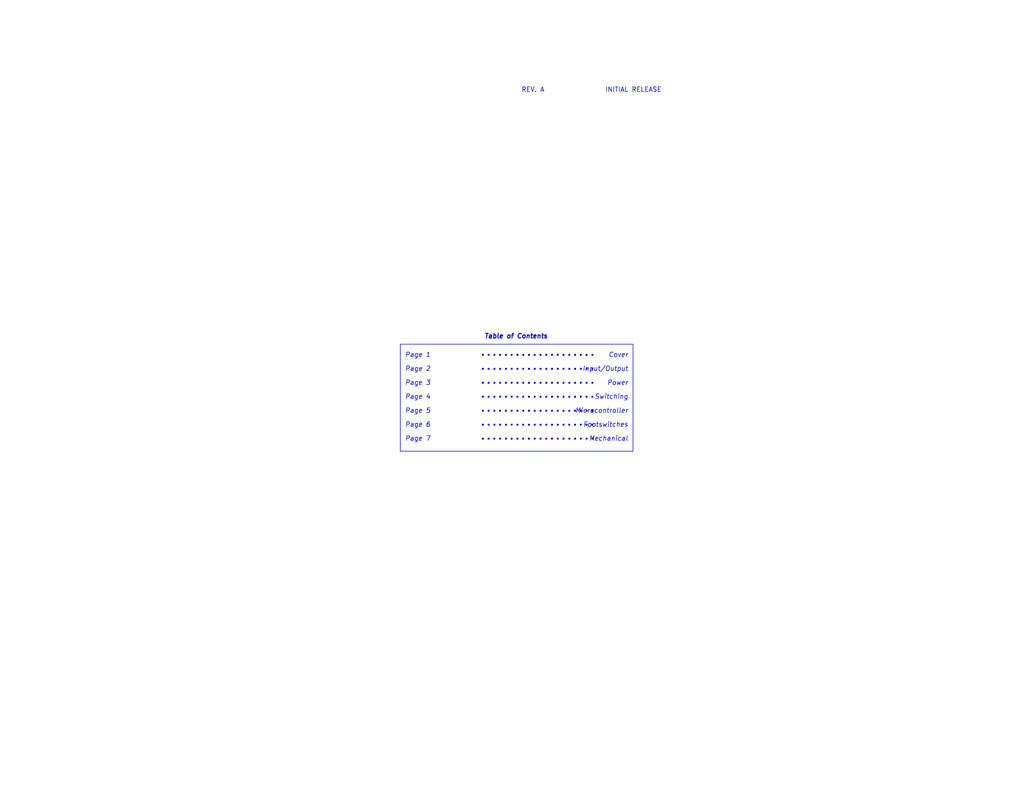
<source format=kicad_sch>
(kicad_sch (version 20230121) (generator eeschema)
  (paper "USLetter")
  (title_block (title "Baseboard") (date "2023-04-28") (rev "A") (company "Alessandro Rizzoni") (comment 1 "SCHEMATIC") (comment 2 "DRAFT") (comment 3 "AIR") (comment 5 "1: ALL COMPONENTS 25V RATING OR GREATER") (comment 6 "2: ALL RESISTORS LOW NOISE THIN FILM, 1% TOLERANCE OR SMALLER, 1/10W RATING OR GREATER") (comment 7 "3: ALL CAPACITORS MLCC, X5R OR X7R DIELECTRIC, 10% TOLERANCE OR SMALLER") (comment 8 "4: DO NOT POPULATE NOTE --TODO--") (comment 9 "5: PCB LAYOUT ACCORDING TO DATASHEET FOR ALL COMPONENTS"))
  (lib_symbols)
  (rectangle (start 109.22 93.98) (end 172.72 123.19))
  (text "••••••••••••••••••••" (at 130.81 116.84 0) (effects (font (size 1.27 1.27) italic) (justify left bottom)))
  (text "Page 2\n" (at 110.49 101.6 0) (effects (font (size 1.27 1.27) italic) (justify left bottom)))
  (text "Footswitches" (at 171.45 116.84 0) (effects (font (size 1.27 1.27) italic) (justify right bottom)))
  (text "Microcontroller" (at 171.45 113.03 0) (effects (font (size 1.27 1.27) italic) (justify right bottom)))
  (text "••••••••••••••••••••" (at 130.81 109.22 0) (effects (font (size 1.27 1.27) italic) (justify left bottom)))
  (text "Power" (at 171.45 105.41 0) (effects (font (size 1.27 1.27) italic) (justify right bottom)))
  (text "Table of Contents" (at 132.08 92.71 0) (effects (font (size 1.27 1.27) (thickness 0.254) bold italic) (justify left bottom)))
  (text "Page 4\n" (at 110.49 109.22 0) (effects (font (size 1.27 1.27) italic) (justify left bottom)))
  (text "Page 3" (at 110.49 105.41 0) (effects (font (size 1.27 1.27) italic) (justify left bottom)))
  (text "Mechanical" (at 171.45 120.65 0) (effects (font (size 1.27 1.27) italic) (justify right bottom)))
  (text "Page 5\n" (at 110.49 113.03 0) (effects (font (size 1.27 1.27) italic) (justify left bottom)))
  (text "Cover" (at 171.45 97.79 0) (effects (font (size 1.27 1.27) italic) (justify right bottom)))
  (text "Page 7\n" (at 110.49 120.65 0) (effects (font (size 1.27 1.27) italic) (justify left bottom)))
  (text "••••••••••••••••••••" (at 130.81 97.79 0) (effects (font (size 1.27 1.27) italic) (justify left bottom)))
  (text "Input/Output" (at 171.45 101.6 0) (effects (font (size 1.27 1.27) italic) (justify right bottom)))
  (text "••••••••••••••••••••" (at 130.81 105.41 0) (effects (font (size 1.27 1.27) italic) (justify left bottom)))
  (text "REV. A" (at 142.24 25.4 0) (effects (font (size 1.27 1.27)) (justify left bottom)))
  (text "••••••••••••••••••••" (at 130.81 113.03 0) (effects (font (size 1.27 1.27) italic) (justify left bottom)))
  (text "••••••••••••••••••••" (at 130.81 120.65 0) (effects (font (size 1.27 1.27) italic) (justify left bottom)))
  (text "••••••••••••••••••••" (at 130.81 101.6 0) (effects (font (size 1.27 1.27) italic) (justify left bottom)))
  (text "Page 1\n" (at 110.49 97.79 0) (effects (font (size 1.27 1.27) italic) (justify left bottom)))
  (text "Switching" (at 171.45 109.22 0) (effects (font (size 1.27 1.27) italic) (justify right bottom)))
  (text "INITIAL RELEASE" (at 165.1 25.4 0) (effects (font (size 1.27 1.27)) (justify left bottom)))
  (text "Page 6\n" (at 110.49 116.84 0) (effects (font (size 1.27 1.27) italic) (justify left bottom)))
  (sheet (at 304.8 114.3) (size 38.1 25.4) (stroke (width 0.1524))
    (property "Sheetname" "Microcontroller and Switching" (at 304.8 113.5884 0) (effects (justify left bottom)))
    (property "Sheetfile" "microcontroller.kicad_sch" (at 304.8 140.2846 0) (effects (justify left top)))
  )
  (sheet (at 304.8 76.2) (size 38.1 25.4) (stroke (width 0.1524))
    (property "Sheetname" "Power" (at 304.8 75.4884 0) (effects (justify left bottom)))
    (property "Sheetfile" "power.kicad_sch" (at 304.8 102.1846 0) (effects (justify left top)))
  )
  (sheet (at 304.8 152.4) (size 38.1 25.4) (stroke (width 0.1524))
    (property "Sheetname" "Peripherals" (at 304.8 151.6884 0) (effects (justify left bottom)))
    (property "Sheetfile" "peripherals.kicad_sch" (at 304.8 178.3846 0) (effects (justify left top)))
  )
  (sheet (at 304.8 38.1) (size 38.1 25.4) (stroke (width 0.1524))
    (property "Sheetname" "Input and Output" (at 304.8 37.3884 0) (effects (justify left bottom)))
    (property "Sheetfile" "io.kicad_sch" (at 304.8 64.0846 0) (effects (justify left top)))
  )
)
</source>
